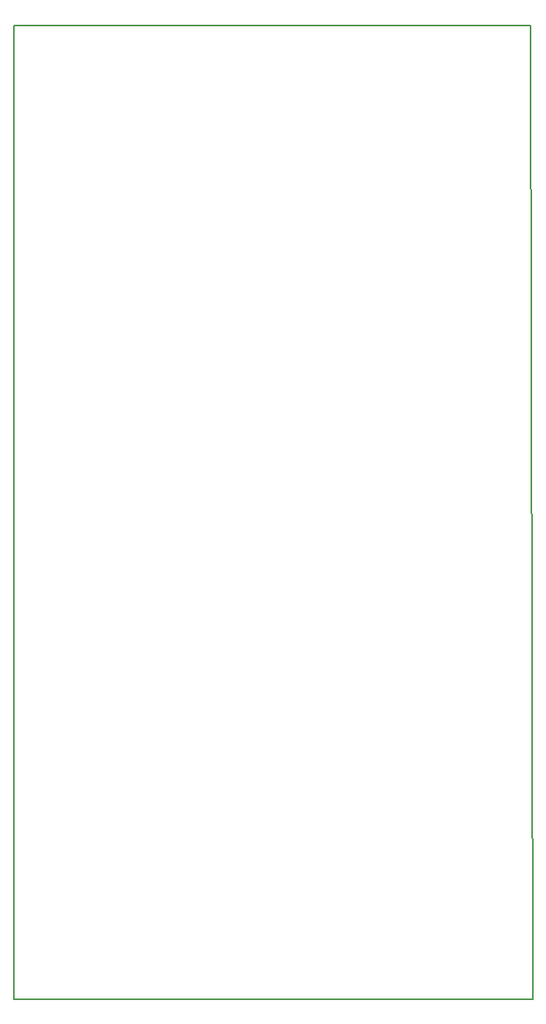
<source format=gbr>
G04 #@! TF.GenerationSoftware,KiCad,Pcbnew,(5.1.8)-1*
G04 #@! TF.CreationDate,2021-02-09T17:12:27-05:00*
G04 #@! TF.ProjectId,rlcs_power,726c6373-5f70-46f7-9765-722e6b696361,rev?*
G04 #@! TF.SameCoordinates,Original*
G04 #@! TF.FileFunction,Profile,NP*
%FSLAX46Y46*%
G04 Gerber Fmt 4.6, Leading zero omitted, Abs format (unit mm)*
G04 Created by KiCad (PCBNEW (5.1.8)-1) date 2021-02-09 17:12:27*
%MOMM*%
%LPD*%
G01*
G04 APERTURE LIST*
G04 #@! TA.AperFunction,Profile*
%ADD10C,0.150000*%
G04 #@! TD*
G04 APERTURE END LIST*
D10*
X149352000Y-60960000D02*
X92710000Y-60960000D01*
X149606000Y-167640000D02*
X149352000Y-60960000D01*
X92710000Y-167640000D02*
X149606000Y-167640000D01*
X92710000Y-60960000D02*
X92710000Y-167640000D01*
M02*

</source>
